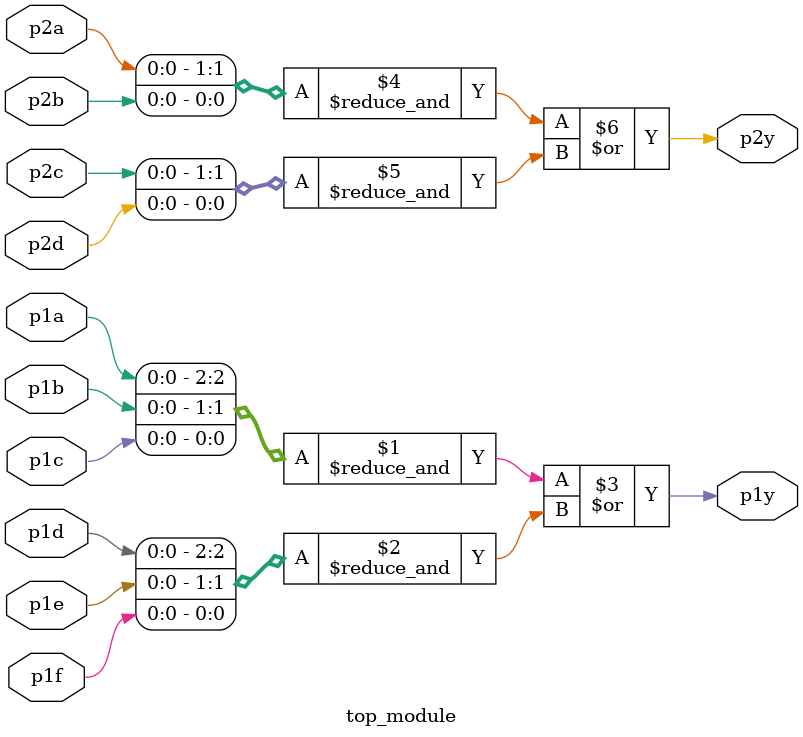
<source format=v>
module top_module(
	input p1a,
	input p1b,
	input p1c,
	input p1d,
	input p1e,
	input p1f,
	output p1y,
	input p2a,
	input p2b,
	input p2c,
	input p2d,
	output p2y
);

	assign p1y = &{p1a, p1b, p1c} | &{p1d, p1e, p1f};
	assign p2y = &{p2a, p2b} | &{p2c, p2d};

endmodule

</source>
